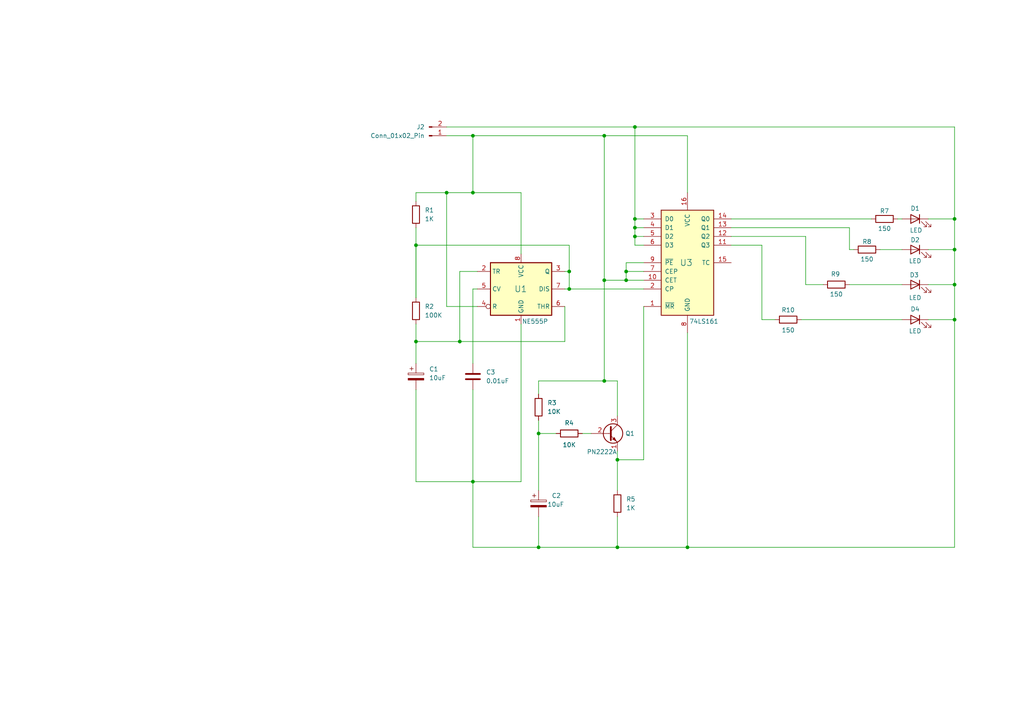
<source format=kicad_sch>
(kicad_sch (version 20231120) (generator "eeschema") (generator_version "8.0")
  (paper "A4")
  (title_block (title "Schematic 4 bit counter ") (date "12/10/24") (company "Cad && construction ") (comment 1 "Nikitas Menounos ") (comment 2 "ΤL20412"))
  (lib_symbols
    (symbol "74xx:74LS161" (pin_names (offset 1.016))
      (property "Reference" "U" (at -7.62 16.51 0))
      (property "Value" "74LS161" (at -7.62 -16.51 0))
      (symbol "74LS161_1_0"
        (pin input line (at -12.7 -12.7 0) (length 5.08) (name "~{MR}") (number "1"))
        (pin input line (at -12.7 -5.08 0) (length 5.08) (name "CET") (number "10"))
        (pin output line (at 12.7 5.08 180) (length 5.08) (name "Q3") (number "11"))
        (pin output line (at 12.7 7.62 180) (length 5.08) (name "Q2") (number "12"))
        (pin output line (at 12.7 10.16 180) (length 5.08) (name "Q1") (number "13"))
        (pin output line (at 12.7 12.7 180) (length 5.08) (name "Q0") (number "14"))
        (pin output line (at 12.7 0 180) (length 5.08) (name "TC") (number "15"))
        (pin power_in line (at 0 20.32 270) (length 5.08) (name "VCC") (number "16"))
        (pin input line (at -12.7 -7.62 0) (length 5.08) (name "CP") (number "2"))
        (pin input line (at -12.7 12.7 0) (length 5.08) (name "D0") (number "3"))
        (pin input line (at -12.7 10.16 0) (length 5.08) (name "D1") (number "4"))
        (pin input line (at -12.7 7.62 0) (length 5.08) (name "D2") (number "5"))
        (pin input line (at -12.7 5.08 0) (length 5.08) (name "D3") (number "6"))
        (pin input line (at -12.7 -2.54 0) (length 5.08) (name "CEP") (number "7"))
        (pin power_in line (at 0 -20.32 90) (length 5.08) (name "GND") (number "8"))
        (pin input line (at -12.7 0 0) (length 5.08) (name "~{PE}") (number "9"))
      )
      (symbol "74LS161_1_1"
        (rectangle (start -7.62 15.24) (end 7.62 -15.24) (stroke (width 0.254)) (fill (type background)))
      )
    )
    (symbol "Connector:Conn_01x02_Pin" (pin_names (offset 1.016) hide)
      (property "Reference" "J" (at 0 2.54 0))
      (property "Value" "Conn_01x02_Pin" (at 0 -5.08 0))
      (symbol "Conn_01x02_Pin_1_1"
        (polyline (pts (xy 1.27 -2.54) (xy 0.8636 -2.54)) (stroke (width 0.1524)))
        (polyline (pts (xy 1.27 0) (xy 0.8636 0)) (stroke (width 0.1524)))
        (rectangle (start 0.8636 -2.413) (end 0 -2.667) (stroke (width 0.1524)) (fill (type outline)))
        (rectangle (start 0.8636 0.127) (end 0 -0.127) (stroke (width 0.1524)) (fill (type outline)))
        (pin passive line (at 5.08 0 180) (length 3.81) (name "Pin_1") (number "1"))
        (pin passive line (at 5.08 -2.54 180) (length 3.81) (name "Pin_2") (number "2"))
      )
    )
    (symbol "Device:C" (pin_numbers hide) (pin_names (offset 0.254))
      (property "Reference" "C" (at 0.635 2.54 0))
      (property "Value" "C" (at 0.635 -2.54 0))
      (symbol "C_0_1"
        (polyline (pts (xy -2.032 -0.762) (xy 2.032 -0.762)) (stroke (width 0.508)))
        (polyline (pts (xy -2.032 0.762) (xy 2.032 0.762)) (stroke (width 0.508)))
      )
      (symbol "C_1_1"
        (pin passive line (at 0 3.81 270) (length 2.794) (name "~") (number "1"))
        (pin passive line (at 0 -3.81 90) (length 2.794) (name "~") (number "2"))
      )
    )
    (symbol "Device:C_Polarized" (pin_numbers hide) (pin_names (offset 0.254))
      (property "Reference" "C" (at 0.635 2.54 0))
      (property "Value" "C_Polarized" (at 0.635 -2.54 0))
      (symbol "C_Polarized_0_1"
        (rectangle (start -2.286 0.508) (end 2.286 1.016))
        (polyline (pts (xy -1.778 2.286) (xy -0.762 2.286)))
        (polyline (pts (xy -1.27 2.794) (xy -1.27 1.778)))
        (rectangle (start 2.286 -0.508) (end -2.286 -1.016) (fill (type outline)))
      )
      (symbol "C_Polarized_1_1"
        (pin passive line (at 0 3.81 270) (length 2.794) (name "~") (number "1"))
        (pin passive line (at 0 -3.81 90) (length 2.794) (name "~") (number "2"))
      )
    )
    (symbol "Device:LED" (pin_numbers hide) (pin_names (offset 1.016) hide)
      (property "Reference" "D" (at 0 2.54 0))
      (property "Value" "LED" (at 0 -2.54 0))
      (symbol "LED_0_1"
        (polyline (pts (xy -1.27 -1.27) (xy -1.27 1.27)) (stroke (width 0.254)))
        (polyline (pts (xy -1.27 0) (xy 1.27 0)))
        (polyline (pts (xy 1.27 -1.27) (xy 1.27 1.27) (xy -1.27 0) (xy 1.27 -1.27)) (stroke (width 0.254)))
        (polyline (pts (xy -3.048 -0.762) (xy -4.572 -2.286) (xy -3.81 -2.286) (xy -4.572 -2.286) (xy -4.572 -1.524)))
        (polyline (pts (xy -1.778 -0.762) (xy -3.302 -2.286) (xy -2.54 -2.286) (xy -3.302 -2.286) (xy -3.302 -1.524)))
      )
      (symbol "LED_1_1"
        (pin passive line (at -3.81 0 0) (length 2.54) (name "K") (number "1"))
        (pin passive line (at 3.81 0 180) (length 2.54) (name "A") (number "2"))
      )
    )
    (symbol "Device:R" (pin_numbers hide) (pin_names (offset 0))
      (property "Reference" "R" (at 2.032 0 90))
      (property "Value" "R" (at 0 0 90))
      (symbol "R_0_1"
        (rectangle (start -1.016 -2.54) (end 1.016 2.54) (stroke (width 0.254)))
      )
      (symbol "R_1_1"
        (pin passive line (at 0 3.81 270) (length 1.27) (name "~") (number "1"))
        (pin passive line (at 0 -3.81 90) (length 1.27) (name "~") (number "2"))
      )
    )
    (symbol "Timer:NE555P"
      (property "Reference" "U" (at -10.16 8.89 0))
      (property "Value" "NE555P" (at 2.54 8.89 0))
      (symbol "NE555P_0_0"
        (pin power_in line (at 0 -10.16 90) (length 2.54) (name "GND") (number "1"))
        (pin power_in line (at 0 10.16 270) (length 2.54) (name "VCC") (number "8"))
      )
      (symbol "NE555P_0_1"
        (rectangle (start -8.89 -7.62) (end 8.89 7.62) (stroke (width 0.254)) (fill (type background)))
        (rectangle (start -8.89 -7.62) (end 8.89 7.62) (stroke (width 0.254)) (fill (type background)))
      )
      (symbol "NE555P_1_1"
        (pin input line (at -12.7 5.08 0) (length 3.81) (name "TR") (number "2"))
        (pin output line (at 12.7 5.08 180) (length 3.81) (name "Q") (number "3"))
        (pin input inverted (at -12.7 -5.08 0) (length 3.81) (name "R") (number "4"))
        (pin input line (at -12.7 0 0) (length 3.81) (name "CV") (number "5"))
        (pin input line (at 12.7 -5.08 180) (length 3.81) (name "THR") (number "6"))
        (pin input line (at 12.7 0 180) (length 3.81) (name "DIS") (number "7"))
      )
    )
    (symbol "Transistor_BJT:PN2222A" (pin_names (offset 0) hide)
      (property "Reference" "Q" (at 5.08 1.905 0))
      (property "Value" "PN2222A" (at 5.08 0 0))
      (symbol "PN2222A_0_1"
        (polyline (pts (xy 0 0) (xy 0.635 0)))
        (polyline (pts (xy 2.54 -2.54) (xy 0.635 -0.635)))
        (polyline (pts (xy 2.54 2.54) (xy 0.635 0.635)))
        (polyline (pts (xy 0.635 1.905) (xy 0.635 -1.905) (xy 0.635 -1.905)) (stroke (width 0.508)))
        (polyline (pts (xy 2.413 -2.413) (xy 1.905 -1.905) (xy 1.905 -1.905)))
        (polyline (pts (xy 1.143 -1.651) (xy 1.651 -1.143) (xy 2.159 -2.159) (xy 1.143 -1.651) (xy 1.143 -1.651)) (fill (type outline)))
        (circle (center 1.27 0) (radius 2.8194) (stroke (width 0.254)))
      )
      (symbol "PN2222A_1_1"
        (pin passive line (at 2.54 -5.08 90) (length 2.54) (name "E") (number "1"))
        (pin input line (at -5.08 0 0) (length 5.08) (name "B") (number "2"))
        (pin passive line (at 2.54 5.08 270) (length 2.54) (name "C") (number "3"))
      )
    )
  )
  (junction (at 184.15 68.58))
  (junction (at 156.21 158.75))
  (junction (at 276.86 92.71))
  (junction (at 184.15 63.5))
  (junction (at 184.15 66.04))
  (junction (at 276.86 82.55))
  (junction (at 276.86 63.5))
  (junction (at 175.26 81.28))
  (junction (at 120.65 71.12))
  (junction (at 175.26 110.49))
  (junction (at 165.1 83.82))
  (junction (at 137.16 39.37))
  (junction (at 179.07 158.75))
  (junction (at 137.16 55.88))
  (junction (at 199.39 158.75))
  (junction (at 137.16 139.7))
  (junction (at 175.26 39.37))
  (junction (at 181.61 81.28))
  (junction (at 181.61 78.74))
  (junction (at 133.35 99.06))
  (junction (at 184.15 36.83))
  (junction (at 276.86 72.39))
  (junction (at 165.1 78.74))
  (junction (at 156.21 125.73))
  (junction (at 129.54 55.88))
  (junction (at 179.07 133.35))
  (junction (at 120.65 99.06))
  (wire (pts (xy 120.65 139.7) (xy 137.16 139.7)))
  (wire (pts (xy 163.83 78.74) (xy 165.1 78.74)))
  (wire (pts (xy 260.35 63.5) (xy 261.62 63.5)))
  (wire (pts (xy 137.16 158.75) (xy 137.16 139.7)))
  (wire (pts (xy 156.21 125.73) (xy 156.21 142.24)))
  (wire (pts (xy 156.21 110.49) (xy 156.21 114.3)))
  (wire (pts (xy 156.21 121.92) (xy 156.21 125.73)))
  (wire (pts (xy 129.54 88.9) (xy 138.43 88.9)))
  (wire (pts (xy 233.68 68.58) (xy 233.68 82.55)))
  (wire (pts (xy 129.54 55.88) (xy 120.65 55.88)))
  (wire (pts (xy 186.69 68.58) (xy 184.15 68.58)))
  (wire (pts (xy 171.45 125.73) (xy 168.91 125.73)))
  (wire (pts (xy 133.35 99.06) (xy 163.83 99.06)))
  (wire (pts (xy 269.24 82.55) (xy 276.86 82.55)))
  (wire (pts (xy 120.65 71.12) (xy 120.65 86.36)))
  (wire (pts (xy 137.16 113.03) (xy 137.16 139.7)))
  (wire (pts (xy 156.21 149.86) (xy 156.21 158.75)))
  (wire (pts (xy 151.13 139.7) (xy 137.16 139.7)))
  (wire (pts (xy 233.68 82.55) (xy 238.76 82.55)))
  (wire (pts (xy 133.35 78.74) (xy 133.35 99.06)))
  (wire (pts (xy 199.39 158.75) (xy 276.86 158.75)))
  (wire (pts (xy 179.07 130.81) (xy 179.07 133.35)))
  (wire (pts (xy 186.69 88.9) (xy 186.69 133.35)))
  (wire (pts (xy 129.54 55.88) (xy 129.54 88.9)))
  (wire (pts (xy 179.07 110.49) (xy 179.07 120.65)))
  (wire (pts (xy 212.09 63.5) (xy 252.73 63.5)))
  (wire (pts (xy 269.24 72.39) (xy 276.86 72.39)))
  (wire (pts (xy 276.86 36.83) (xy 184.15 36.83)))
  (wire (pts (xy 246.38 72.39) (xy 247.65 72.39)))
  (wire (pts (xy 276.86 63.5) (xy 276.86 72.39)))
  (wire (pts (xy 181.61 78.74) (xy 186.69 78.74)))
  (wire (pts (xy 184.15 71.12) (xy 186.69 71.12)))
  (wire (pts (xy 137.16 83.82) (xy 137.16 105.41)))
  (wire (pts (xy 276.86 72.39) (xy 276.86 82.55)))
  (wire (pts (xy 175.26 110.49) (xy 179.07 110.49)))
  (wire (pts (xy 137.16 39.37) (xy 137.16 55.88)))
  (wire (pts (xy 276.86 92.71) (xy 276.86 158.75)))
  (wire (pts (xy 165.1 71.12) (xy 120.65 71.12)))
  (wire (pts (xy 186.69 63.5) (xy 184.15 63.5)))
  (wire (pts (xy 184.15 36.83) (xy 129.54 36.83)))
  (wire (pts (xy 175.26 39.37) (xy 175.26 81.28)))
  (wire (pts (xy 156.21 110.49) (xy 175.26 110.49)))
  (wire (pts (xy 151.13 55.88) (xy 137.16 55.88)))
  (wire (pts (xy 137.16 158.75) (xy 156.21 158.75)))
  (wire (pts (xy 151.13 93.98) (xy 151.13 139.7)))
  (wire (pts (xy 137.16 39.37) (xy 175.26 39.37)))
  (wire (pts (xy 184.15 68.58) (xy 184.15 71.12)))
  (wire (pts (xy 212.09 71.12) (xy 220.98 71.12)))
  (wire (pts (xy 120.65 66.04) (xy 120.65 71.12)))
  (wire (pts (xy 179.07 149.86) (xy 179.07 158.75)))
  (wire (pts (xy 179.07 133.35) (xy 179.07 142.24)))
  (wire (pts (xy 179.07 158.75) (xy 199.39 158.75)))
  (wire (pts (xy 156.21 125.73) (xy 161.29 125.73)))
  (wire (pts (xy 184.15 63.5) (xy 184.15 66.04)))
  (wire (pts (xy 186.69 76.2) (xy 181.61 76.2)))
  (wire (pts (xy 120.65 99.06) (xy 120.65 105.41)))
  (wire (pts (xy 255.27 72.39) (xy 261.62 72.39)))
  (wire (pts (xy 120.65 71.12) (xy 120.65 86.36)) (stroke (width 0.0254)))
  (wire (pts (xy 165.1 78.74) (xy 165.1 71.12)))
  (wire (pts (xy 156.21 158.75) (xy 179.07 158.75)))
  (wire (pts (xy 175.26 81.28) (xy 181.61 81.28)))
  (wire (pts (xy 120.65 113.03) (xy 120.65 139.7)))
  (wire (pts (xy 137.16 83.82) (xy 138.43 83.82)))
  (wire (pts (xy 120.65 93.98) (xy 120.65 99.06)))
  (wire (pts (xy 220.98 71.12) (xy 220.98 92.71)))
  (wire (pts (xy 212.09 66.04) (xy 246.38 66.04)))
  (wire (pts (xy 175.26 39.37) (xy 199.39 39.37)))
  (wire (pts (xy 184.15 66.04) (xy 184.15 68.58)))
  (wire (pts (xy 199.39 96.52) (xy 199.39 158.75)))
  (wire (pts (xy 120.65 55.88) (xy 120.65 58.42)))
  (wire (pts (xy 120.65 99.06) (xy 133.35 99.06)))
  (wire (pts (xy 269.24 92.71) (xy 276.86 92.71)))
  (wire (pts (xy 165.1 83.82) (xy 163.83 83.82)))
  (wire (pts (xy 181.61 78.74) (xy 181.61 81.28)))
  (wire (pts (xy 276.86 82.55) (xy 276.86 92.71)))
  (wire (pts (xy 186.69 81.28) (xy 181.61 81.28)))
  (wire (pts (xy 181.61 76.2) (xy 181.61 78.74)))
  (wire (pts (xy 165.1 83.82) (xy 186.69 83.82)))
  (wire (pts (xy 232.41 92.71) (xy 261.62 92.71)))
  (wire (pts (xy 184.15 36.83) (xy 184.15 63.5)))
  (wire (pts (xy 129.54 39.37) (xy 137.16 39.37)))
  (wire (pts (xy 151.13 55.88) (xy 151.13 73.66)))
  (wire (pts (xy 199.39 39.37) (xy 199.39 55.88)))
  (wire (pts (xy 246.38 66.04) (xy 246.38 72.39)))
  (wire (pts (xy 186.69 133.35) (xy 179.07 133.35)))
  (wire (pts (xy 212.09 68.58) (xy 233.68 68.58)))
  (wire (pts (xy 269.24 63.5) (xy 276.86 63.5)))
  (wire (pts (xy 276.86 63.5) (xy 276.86 36.83)))
  (wire (pts (xy 129.54 55.88) (xy 137.16 55.88)))
  (wire (pts (xy 186.69 66.04) (xy 184.15 66.04)))
  (wire (pts (xy 246.38 82.55) (xy 261.62 82.55)))
  (wire (pts (xy 165.1 78.74) (xy 165.1 83.82)))
  (wire (pts (xy 175.26 81.28) (xy 175.26 110.49)))
  (wire (pts (xy 220.98 92.71) (xy 224.79 92.71)))
  (wire (pts (xy 163.83 88.9) (xy 163.83 99.06)))
  (wire (pts (xy 133.35 78.74) (xy 138.43 78.74)))
  (symbol (lib_id "Device:R") (at 242.57 82.55 90) (unit 1)
    (property "Reference" "R9" (at 242.316 79.502 90))
    (property "Value" "150" (at 242.57 85.344 90))
    (property "Footprint" "CounterProject:Resistor" (effects (hide yes)))
    (property "Description" "Resistor" (effects (hide yes)))
  )
  (symbol (lib_id "Device:LED") (at 265.43 72.39 0) (mirror y) (unit 1)
    (property "Reference" "D2" (at 265.43 69.596 0))
    (property "Value" "LED" (at 265.43 75.692 0))
    (property "Footprint" "CounterProject:LED" (effects (hide yes)))
    (property "Description" "Light emitting diode" (effects (hide yes)))
  )
  (symbol (lib_id "Device:R") (at 179.07 146.05 0) (unit 1)
    (property "Reference" "R5" (at 181.61 144.7799 0) (effects (justify left)))
    (property "Value" "1K" (at 181.61 147.3199 0) (effects (justify left)))
    (property "Footprint" "CounterProject:Resistor" (effects (hide yes)))
    (property "Description" "Resistor" (effects (hide yes)))
  )
  (symbol (lib_id "Connector:Conn_01x02_Pin") (at 124.46 39.37 0) (mirror x) (unit 1)
    (property "Reference" "J2" (at 123.19 36.8299 0) (effects (justify right)))
    (property "Value" "Conn_01x02_Pin" (at 123.19 39.3699 0) (effects (justify right)))
    (property "Footprint" "CounterProject:Connector" (effects (hide yes)))
    (property "Description" "Generic connector, single row, 01x02, script generated" (effects (hide yes)))
  )
  (symbol (lib_id "Device:R") (at 156.21 118.11 0) (unit 1)
    (property "Reference" "R3" (at 158.75 116.8399 0) (effects (justify left)))
    (property "Value" "10K" (at 158.75 119.3799 0) (effects (justify left)))
    (property "Footprint" "CounterProject:Resistor" (effects (hide yes)))
    (property "Description" "Resistor" (effects (hide yes)))
  )
  (symbol (lib_id "Device:R") (at 251.46 72.39 90) (unit 1)
    (property "Reference" "R8" (at 251.46 70.104 90))
    (property "Value" "150" (at 251.46 75.184 90))
    (property "Footprint" "CounterProject:Resistor" (effects (hide yes)))
    (property "Description" "Resistor" (effects (hide yes)))
  )
  (symbol (lib_id "Device:R") (at 165.1 125.73 90) (unit 1)
    (property "Reference" "R4" (at 165.1 122.682 90))
    (property "Value" "10K" (at 165.1 129.032 90))
    (property "Footprint" "4bitCounter:Resistor" (effects (hide yes)))
    (property "Description" "Resistor" (effects (hide yes)))
  )
  (symbol (lib_id "Device:R") (at 120.65 90.17 0) (unit 1)
    (property "Reference" "R2" (at 123.19 88.8999 0) (effects (justify left)))
    (property "Value" "100K" (at 123.19 91.4399 0) (effects (justify left)))
    (property "Footprint" "CounterProject:Resistor" (effects (hide yes)))
    (property "Description" "Resistor" (effects (hide yes)))
  )
  (symbol (lib_id "Device:R") (at 228.6 92.71 90) (unit 1)
    (property "Reference" "R10" (at 228.6 89.916 90))
    (property "Value" "150" (at 228.6 95.758 90))
    (property "Footprint" "CounterProject:Resistor" (effects (hide yes)))
    (property "Description" "Resistor" (effects (hide yes)))
  )
  (symbol (lib_id "Device:LED") (at 265.43 82.55 0) (mirror y) (unit 1)
    (property "Reference" "D3" (at 265.176 79.756 0))
    (property "Value" "LED" (at 265.43 86.36 0))
    (property "Footprint" "CounterProject:LED" (effects (hide yes)))
    (property "Description" "Light emitting diode" (effects (hide yes)))
  )
  (symbol (lib_id "Timer:NE555P") (at 151.13 83.82 0) (unit 1)
    (property "Reference" "U1" (at 149.098 83.82 0) (effects (font (size 1.778 1.778)) (justify left)))
    (property "Value" "NE555P" (at 151.384 93.218 0) (effects (justify left)))
    (property "Footprint" "CounterProject:Timer" (effects (hide yes)))
    (property "Datasheet" "http://www.ti.com/lit/ds/symlink/ne555.pdf" (effects (hide yes)))
    (property "Description" "Precision Timers, 555 compatible,  PDIP-8" (effects (hide yes)))
  )
  (symbol (lib_id "74xx:74LS161") (at 199.39 76.2 0) (unit 1)
    (property "Reference" "U3" (at 197.104 76.2 0) (effects (font (size 1.778 1.778)) (justify left)))
    (property "Value" "74LS161" (at 199.898 93.218 0) (effects (justify left)))
    (property "Footprint" "CounterProject:CounterChip" (effects (hide yes)))
    (property "Datasheet" "http://www.ti.com/lit/gpn/sn74LS161" (effects (hide yes)))
    (property "Description" "Synchronous 4-bit programmable binary Counter" (effects (hide yes)))
  )
  (symbol (lib_id "Transistor_BJT:PN2222A") (at 176.53 125.73 0) (unit 1)
    (property "Reference" "Q1" (at 181.356 125.73 0) (effects (justify left)))
    (property "Value" "PN2222A" (at 170.18 131.064 0) (effects (justify left)))
    (property "Footprint" "CounterProject:transistor" (effects (hide yes)))
    (property "Datasheet" "https://www.onsemi.com/pub/Collateral/PN2222-D.PDF" (effects (hide yes)))
    (property "Description" "1A Ic, 40V Vce, NPN Transistor, General Purpose Transistor, TO-92" (effects (hide yes)))
  )
  (symbol (lib_id "Device:LED") (at 265.43 92.71 0) (mirror y) (unit 1)
    (property "Reference" "D4" (at 265.43 89.662 0))
    (property "Value" "LED" (at 265.43 96.012 0))
    (property "Footprint" "CounterProject:LED" (effects (hide yes)))
    (property "Description" "Light emitting diode" (effects (hide yes)))
  )
  (symbol (lib_id "Device:R") (at 120.65 62.23 0) (unit 1)
    (property "Reference" "R1" (at 123.19 60.9599 0) (effects (justify left)))
    (property "Value" "1K" (at 123.19 63.4999 0) (effects (justify left)))
    (property "Footprint" "CounterProject:Resistor" (effects (hide yes)))
    (property "Description" "Resistor" (effects (hide yes)))
  )
  (symbol (lib_id "Device:C_Polarized") (at 156.21 146.05 0) (unit 1)
    (property "Reference" "C2" (at 160.02 143.764 0) (effects (justify left)))
    (property "Value" "10uF" (at 158.75 146.304 0) (effects (justify left)))
    (property "Footprint" "CounterProject:Capacitor" (effects (hide yes)))
    (property "Description" "Polarized capacitor" (effects (hide yes)))
  )
  (symbol (lib_id "Device:LED") (at 265.43 63.5 0) (mirror y) (unit 1)
    (property "Reference" "D1" (at 265.43 60.452 0))
    (property "Value" "LED" (at 265.684 66.802 0))
    (property "Footprint" "CounterProject:LED" (effects (hide yes)))
    (property "Description" "Light emitting diode" (effects (hide yes)))
  )
  (symbol (lib_id "Device:C") (at 137.16 109.22 0) (unit 1)
    (property "Reference" "C3" (at 140.97 107.9499 0) (effects (justify left)))
    (property "Value" "0.01uF" (at 140.97 110.4899 0) (effects (justify left)))
    (property "Footprint" "CounterProject:Capacitor" (effects (hide yes)))
    (property "Description" "Unpolarized capacitor" (effects (hide yes)))
  )
  (symbol (lib_id "Device:R") (at 256.54 63.5 90) (unit 1)
    (property "Reference" "R7" (at 256.54 61.214 90))
    (property "Value" "150" (at 256.54 66.294 90))
    (property "Footprint" "CounterProject:Resistor" (effects (hide yes)))
    (property "Description" "Resistor" (effects (hide yes)))
  )
  (symbol (lib_id "Device:C_Polarized") (at 120.65 109.22 0) (unit 1)
    (property "Reference" "C1" (at 124.46 107.0609 0) (effects (justify left)))
    (property "Value" "10uF" (at 124.46 109.6009 0) (effects (justify left)))
    (property "Footprint" "CounterProject:Capacitor" (effects (hide yes)))
    (property "Description" "Polarized capacitor" (effects (hide yes)))
  )
)
</source>
